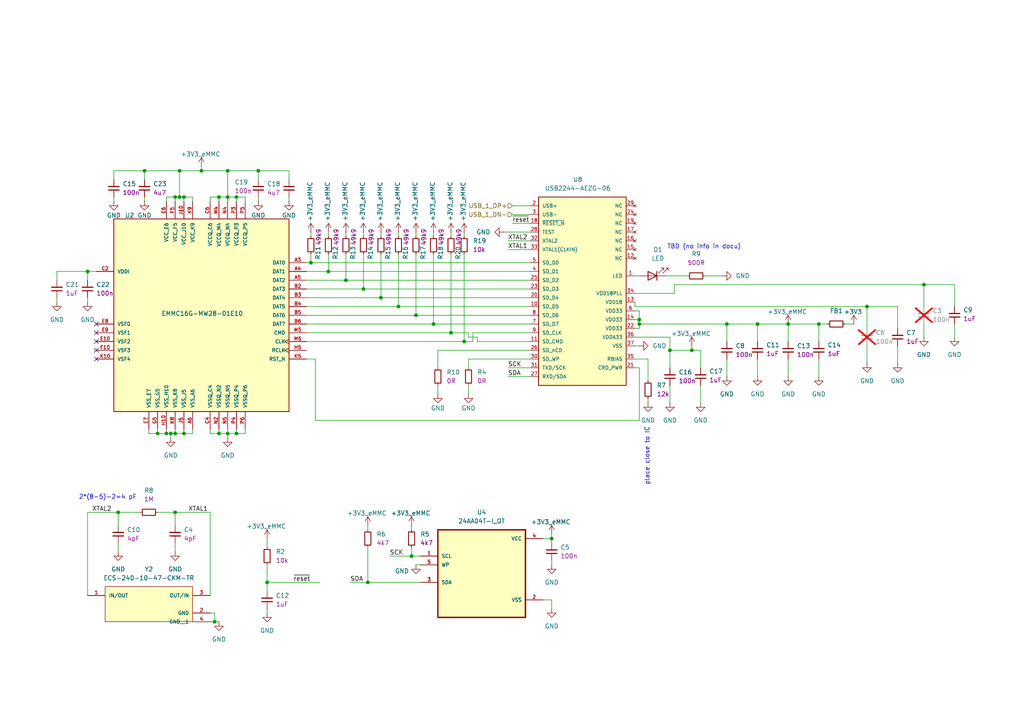
<source format=kicad_sch>
(kicad_sch (version 20231120) (generator "eeschema") (generator_version "8.0")
  (paper "A4")
  (title_block (title "M2SmartHome") (date "2024-10-11") (rev "Rev 1.0.0"))
  (junction (at 34.29 148.59))
  (junction (at 66.04 49.53))
  (junction (at 58.42 49.53))
  (junction (at 50.8 125.73))
  (junction (at 106.68 168.91))
  (junction (at 100.33 81.28))
  (junction (at 120.65 91.44))
  (junction (at 68.58 57.15))
  (junction (at 237.49 93.98))
  (junction (at 50.8 148.59))
  (junction (at 115.57 88.9))
  (junction (at 63.5 125.73))
  (junction (at 50.8 57.15))
  (junction (at 194.31 101.6))
  (junction (at 90.17 76.2))
  (junction (at 66.04 57.15))
  (junction (at 105.41 83.82))
  (junction (at 160.02 156.21))
  (junction (at 267.97 82.55))
  (junction (at 52.07 57.15))
  (junction (at 134.62 99.06))
  (junction (at 25.4 78.74))
  (junction (at 74.93 49.53))
  (junction (at 66.04 125.73))
  (junction (at 228.6 93.98))
  (junction (at 63.5 57.15))
  (junction (at 49.53 125.73))
  (junction (at 110.49 86.36))
  (junction (at 77.47 168.91))
  (junction (at 125.73 93.98))
  (junction (at 62.23 180.34))
  (junction (at 95.25 78.74))
  (junction (at 185.42 92.71))
  (junction (at 185.42 93.98))
  (junction (at 45.72 125.73))
  (junction (at 41.91 49.53))
  (junction (at 210.82 93.98))
  (junction (at 119.38 161.29))
  (junction (at 130.81 96.52))
  (junction (at 200.66 101.6))
  (junction (at 48.26 125.73))
  (junction (at 53.34 57.15))
  (junction (at 219.71 93.98))
  (junction (at 52.07 49.53))
  (junction (at 251.46 88.9))
  (junction (at 53.34 125.73))
  (junction (at 68.58 125.73))
  (no_connect (at 27.94 96.52))
  (no_connect (at 27.94 99.06))
  (no_connect (at 27.94 104.14))
  (no_connect (at 27.94 101.6))
  (no_connect (at 27.94 93.98))
  (wire (pts (xy 91.44 104.14) (xy 88.9 104.14)))
  (wire (pts (xy 60.96 180.34) (xy 62.23 180.34)))
  (wire (pts (xy 105.41 83.82) (xy 153.67 83.82)))
  (wire (pts (xy 50.8 125.73) (xy 50.8 124.46)))
  (wire (pts (xy 105.41 73.66) (xy 105.41 83.82)))
  (wire (pts (xy 60.96 57.15) (xy 63.5 57.15)))
  (wire (pts (xy 210.82 104.14) (xy 210.82 109.22)))
  (wire (pts (xy 48.26 57.15) (xy 48.26 58.42)))
  (wire (pts (xy 110.49 73.66) (xy 110.49 86.36)))
  (wire (pts (xy 49.53 125.73) (xy 50.8 125.73)))
  (wire (pts (xy 77.47 168.91) (xy 77.47 171.45)))
  (wire (pts (xy 88.9 88.9) (xy 115.57 88.9)))
  (wire (pts (xy 53.34 57.15) (xy 53.34 58.42)))
  (wire (pts (xy 88.9 76.2) (xy 90.17 76.2)))
  (wire (pts (xy 147.32 72.39) (xy 153.67 72.39)))
  (wire (pts (xy 62.23 180.34) (xy 62.23 177.8)))
  (wire (pts (xy 58.42 49.53) (xy 52.07 49.53)))
  (wire (pts (xy 60.96 57.15) (xy 60.96 58.42)))
  (wire (pts (xy 135.89 111.76) (xy 135.89 114.3)))
  (wire (pts (xy 185.42 92.71) (xy 184.15 92.71)))
  (wire (pts (xy 147.32 109.22) (xy 153.67 109.22)))
  (wire (pts (xy 157.48 156.21) (xy 160.02 156.21)))
  (wire (pts (xy 185.42 121.92) (xy 91.44 121.92)))
  (wire (pts (xy 55.88 57.15) (xy 55.88 58.42)))
  (wire (pts (xy 106.68 158.75) (xy 106.68 168.91)))
  (wire (pts (xy 147.32 106.68) (xy 153.67 106.68)))
  (wire (pts (xy 245.11 93.98) (xy 247.65 93.98)))
  (wire (pts (xy 113.03 161.29) (xy 119.38 161.29)))
  (wire (pts (xy 267.97 93.98) (xy 267.97 97.79)))
  (wire (pts (xy 52.07 49.53) (xy 41.91 49.53)))
  (wire (pts (xy 60.96 125.73) (xy 63.5 125.73)))
  (wire (pts (xy 68.58 125.73) (xy 71.12 125.73)))
  (wire (pts (xy 210.82 93.98) (xy 219.71 93.98)))
  (wire (pts (xy 115.57 88.9) (xy 153.67 88.9)))
  (wire (pts (xy 74.93 57.15) (xy 74.93 58.42)))
  (wire (pts (xy 62.23 177.8) (xy 60.96 177.8)))
  (wire (pts (xy 251.46 88.9) (xy 251.46 95.25)))
  (wire (pts (xy 251.46 88.9) (xy 260.35 88.9)))
  (wire (pts (xy 200.66 101.6) (xy 203.2 101.6)))
  (wire (pts (xy 184.15 106.68) (xy 185.42 106.68)))
  (wire (pts (xy 77.47 163.83) (xy 77.47 168.91)))
  (wire (pts (xy 90.17 67.31) (xy 90.17 68.58)))
  (wire (pts (xy 88.9 96.52) (xy 130.81 96.52)))
  (wire (pts (xy 120.65 91.44) (xy 153.67 91.44)))
  (wire (pts (xy 71.12 125.73) (xy 71.12 124.46)))
  (wire (pts (xy 88.9 93.98) (xy 125.73 93.98)))
  (wire (pts (xy 119.38 158.75) (xy 119.38 161.29)))
  (wire (pts (xy 106.68 168.91) (xy 121.92 168.91)))
  (wire (pts (xy 25.4 78.74) (xy 27.94 78.74)))
  (wire (pts (xy 187.96 115.57) (xy 187.96 116.84)))
  (wire (pts (xy 210.82 93.98) (xy 210.82 99.06)))
  (wire (pts (xy 260.35 100.33) (xy 260.35 105.41)))
  (wire (pts (xy 58.42 48.26) (xy 58.42 49.53)))
  (wire (pts (xy 194.31 97.79) (xy 194.31 101.6)))
  (wire (pts (xy 83.82 57.15) (xy 83.82 58.42)))
  (wire (pts (xy 100.33 81.28) (xy 153.67 81.28)))
  (wire (pts (xy 185.42 90.17) (xy 184.15 90.17)))
  (wire (pts (xy 88.9 91.44) (xy 120.65 91.44)))
  (wire (pts (xy 77.47 156.21) (xy 77.47 158.75)))
  (wire (pts (xy 52.07 57.15) (xy 53.34 57.15)))
  (wire (pts (xy 203.2 111.76) (xy 203.2 116.84)))
  (wire (pts (xy 260.35 95.25) (xy 260.35 88.9)))
  (wire (pts (xy 68.58 57.15) (xy 71.12 57.15)))
  (wire (pts (xy 66.04 125.73) (xy 68.58 125.73)))
  (wire (pts (xy 184.15 104.14) (xy 187.96 104.14)))
  (wire (pts (xy 45.72 125.73) (xy 48.26 125.73)))
  (wire (pts (xy 160.02 162.56) (xy 160.02 163.83)))
  (wire (pts (xy 50.8 148.59) (xy 50.8 152.4)))
  (wire (pts (xy 130.81 67.31) (xy 130.81 68.58)))
  (wire (pts (xy 138.43 97.79) (xy 135.89 97.79)))
  (wire (pts (xy 58.42 49.53) (xy 66.04 49.53)))
  (wire (pts (xy 88.9 86.36) (xy 110.49 86.36)))
  (wire (pts (xy 195.58 82.55) (xy 267.97 82.55)))
  (wire (pts (xy 137.16 96.52) (xy 153.67 96.52)))
  (wire (pts (xy 184.15 80.01) (xy 185.42 80.01)))
  (wire (pts (xy 53.34 57.15) (xy 55.88 57.15)))
  (wire (pts (xy 16.51 78.74) (xy 25.4 78.74)))
  (wire (pts (xy 88.9 99.06) (xy 134.62 99.06)))
  (wire (pts (xy 147.32 69.85) (xy 153.67 69.85)))
  (wire (pts (xy 127 111.76) (xy 127 114.3)))
  (wire (pts (xy 66.04 57.15) (xy 66.04 58.42)))
  (wire (pts (xy 237.49 93.98) (xy 240.03 93.98)))
  (wire (pts (xy 50.8 57.15) (xy 52.07 57.15)))
  (wire (pts (xy 194.31 101.6) (xy 200.66 101.6)))
  (wire (pts (xy 16.51 86.36) (xy 16.51 87.63)))
  (wire (pts (xy 34.29 148.59) (xy 40.64 148.59)))
  (wire (pts (xy 119.38 152.4) (xy 119.38 153.67)))
  (wire (pts (xy 66.04 57.15) (xy 66.04 49.53)))
  (wire (pts (xy 115.57 67.31) (xy 115.57 68.58)))
  (wire (pts (xy 120.65 67.31) (xy 120.65 68.58)))
  (wire (pts (xy 90.17 73.66) (xy 90.17 76.2)))
  (wire (pts (xy 25.4 86.36) (xy 25.4 87.63)))
  (wire (pts (xy 125.73 93.98) (xy 153.67 93.98)))
  (wire (pts (xy 63.5 125.73) (xy 66.04 125.73)))
  (wire (pts (xy 138.43 99.06) (xy 138.43 97.79)))
  (wire (pts (xy 25.4 78.74) (xy 25.4 81.28)))
  (wire (pts (xy 135.89 104.14) (xy 135.89 106.68)))
  (wire (pts (xy 146.05 67.31) (xy 153.67 67.31)))
  (wire (pts (xy 120.65 163.83) (xy 121.92 163.83)))
  (wire (pts (xy 50.8 157.48) (xy 50.8 160.02)))
  (wire (pts (xy 16.51 81.28) (xy 16.51 78.74)))
  (wire (pts (xy 60.96 172.72) (xy 60.96 148.59)))
  (wire (pts (xy 125.73 67.31) (xy 125.73 68.58)))
  (wire (pts (xy 50.8 125.73) (xy 53.34 125.73)))
  (wire (pts (xy 153.67 99.06) (xy 138.43 99.06)))
  (wire (pts (xy 95.25 73.66) (xy 95.25 78.74)))
  (wire (pts (xy 43.18 125.73) (xy 45.72 125.73)))
  (wire (pts (xy 77.47 168.91) (xy 92.71 168.91)))
  (wire (pts (xy 71.12 57.15) (xy 71.12 58.42)))
  (wire (pts (xy 127 101.6) (xy 153.67 101.6)))
  (wire (pts (xy 63.5 57.15) (xy 63.5 58.42)))
  (wire (pts (xy 148.59 64.77) (xy 153.67 64.77)))
  (wire (pts (xy 91.44 121.92) (xy 91.44 104.14)))
  (wire (pts (xy 194.31 111.76) (xy 194.31 116.84)))
  (wire (pts (xy 228.6 104.14) (xy 228.6 109.22)))
  (wire (pts (xy 66.04 49.53) (xy 74.93 49.53)))
  (wire (pts (xy 62.23 180.34) (xy 63.5 180.34)))
  (wire (pts (xy 50.8 57.15) (xy 50.8 58.42)))
  (wire (pts (xy 120.65 73.66) (xy 120.65 91.44)))
  (wire (pts (xy 237.49 99.06) (xy 237.49 93.98)))
  (wire (pts (xy 68.58 125.73) (xy 68.58 124.46)))
  (wire (pts (xy 219.71 93.98) (xy 219.71 99.06)))
  (wire (pts (xy 52.07 49.53) (xy 52.07 57.15)))
  (wire (pts (xy 115.57 73.66) (xy 115.57 88.9)))
  (wire (pts (xy 127 106.68) (xy 127 101.6)))
  (wire (pts (xy 148.59 59.69) (xy 153.67 59.69)))
  (wire (pts (xy 43.18 125.73) (xy 43.18 124.46)))
  (wire (pts (xy 125.73 73.66) (xy 125.73 93.98)))
  (wire (pts (xy 185.42 95.25) (xy 184.15 95.25)))
  (wire (pts (xy 34.29 148.59) (xy 34.29 152.4)))
  (wire (pts (xy 200.66 100.33) (xy 200.66 101.6)))
  (wire (pts (xy 185.42 90.17) (xy 185.42 92.71)))
  (wire (pts (xy 276.86 88.9) (xy 276.86 82.55)))
  (wire (pts (xy 45.72 125.73) (xy 45.72 124.46)))
  (wire (pts (xy 185.42 93.98) (xy 185.42 92.71)))
  (wire (pts (xy 95.25 78.74) (xy 153.67 78.74)))
  (wire (pts (xy 63.5 57.15) (xy 66.04 57.15)))
  (wire (pts (xy 105.41 67.31) (xy 105.41 68.58)))
  (wire (pts (xy 60.96 125.73) (xy 60.96 124.46)))
  (wire (pts (xy 106.68 152.4) (xy 106.68 153.67)))
  (wire (pts (xy 45.72 148.59) (xy 50.8 148.59)))
  (wire (pts (xy 66.04 125.73) (xy 66.04 124.46)))
  (wire (pts (xy 33.02 49.53) (xy 33.02 52.07)))
  (wire (pts (xy 184.15 88.9) (xy 184.15 87.63)))
  (wire (pts (xy 134.62 67.31) (xy 134.62 68.58)))
  (wire (pts (xy 49.53 125.73) (xy 49.53 127)))
  (wire (pts (xy 110.49 67.31) (xy 110.49 68.58)))
  (wire (pts (xy 228.6 93.98) (xy 228.6 99.06)))
  (wire (pts (xy 90.17 76.2) (xy 153.67 76.2)))
  (wire (pts (xy 41.91 57.15) (xy 41.91 58.42)))
  (wire (pts (xy 83.82 52.07) (xy 83.82 49.53)))
  (wire (pts (xy 68.58 57.15) (xy 68.58 58.42)))
  (wire (pts (xy 41.91 49.53) (xy 33.02 49.53)))
  (wire (pts (xy 74.93 49.53) (xy 83.82 49.53)))
  (wire (pts (xy 228.6 93.98) (xy 237.49 93.98)))
  (wire (pts (xy 100.33 73.66) (xy 100.33 81.28)))
  (wire (pts (xy 185.42 106.68) (xy 185.42 121.92)))
  (wire (pts (xy 25.4 148.59) (xy 34.29 148.59)))
  (wire (pts (xy 74.93 49.53) (xy 74.93 52.07)))
  (wire (pts (xy 237.49 104.14) (xy 237.49 109.22)))
  (wire (pts (xy 34.29 157.48) (xy 34.29 160.02)))
  (wire (pts (xy 88.9 78.74) (xy 95.25 78.74)))
  (wire (pts (xy 157.48 173.99) (xy 160.02 173.99)))
  (wire (pts (xy 203.2 101.6) (xy 203.2 106.68)))
  (wire (pts (xy 53.34 125.73) (xy 55.88 125.73)))
  (wire (pts (xy 119.38 161.29) (xy 121.92 161.29)))
  (wire (pts (xy 66.04 57.15) (xy 68.58 57.15)))
  (wire (pts (xy 185.42 93.98) (xy 210.82 93.98)))
  (wire (pts (xy 25.4 172.72) (xy 25.4 148.59)))
  (wire (pts (xy 137.16 99.06) (xy 137.16 96.52)))
  (wire (pts (xy 267.97 82.55) (xy 267.97 88.9)))
  (wire (pts (xy 55.88 125.73) (xy 55.88 124.46)))
  (wire (pts (xy 48.26 125.73) (xy 48.26 124.46)))
  (wire (pts (xy 63.5 125.73) (xy 63.5 124.46)))
  (wire (pts (xy 130.81 96.52) (xy 135.89 96.52)))
  (wire (pts (xy 33.02 57.15) (xy 33.02 58.42)))
  (wire (pts (xy 77.47 176.53) (xy 77.47 177.8)))
  (wire (pts (xy 276.86 93.98) (xy 276.86 97.79)))
  (wire (pts (xy 251.46 100.33) (xy 251.46 105.41)))
  (wire (pts (xy 204.47 80.01) (xy 209.55 80.01)))
  (wire (pts (xy 50.8 148.59) (xy 60.96 148.59)))
  (wire (pts (xy 193.04 80.01) (xy 199.39 80.01)))
  (wire (pts (xy 185.42 93.98) (xy 185.42 95.25)))
  (wire (pts (xy 48.26 57.15) (xy 50.8 57.15)))
  (wire (pts (xy 267.97 82.55) (xy 276.86 82.55)))
  (wire (pts (xy 100.33 67.31) (xy 100.33 68.58)))
  (wire (pts (xy 195.58 85.09) (xy 195.58 82.55)))
  (wire (pts (xy 41.91 52.07) (xy 41.91 49.53)))
  (wire (pts (xy 160.02 156.21) (xy 160.02 154.94)))
  (wire (pts (xy 130.81 73.66) (xy 130.81 96.52)))
  (wire (pts (xy 48.26 125.73) (xy 49.53 125.73)))
  (wire (pts (xy 184.15 100.33) (xy 185.42 100.33)))
  (wire (pts (xy 194.31 101.6) (xy 194.31 106.68)))
  (wire (pts (xy 153.67 104.14) (xy 135.89 104.14)))
  (wire (pts (xy 184.15 85.09) (xy 195.58 85.09)))
  (wire (pts (xy 66.04 125.73) (xy 66.04 127)))
  (wire (pts (xy 135.89 97.79) (xy 135.89 96.52)))
  (wire (pts (xy 88.9 81.28) (xy 100.33 81.28)))
  (wire (pts (xy 88.9 83.82) (xy 105.41 83.82)))
  (wire (pts (xy 160.02 173.99) (xy 160.02 176.53)))
  (wire (pts (xy 95.25 67.31) (xy 95.25 68.58)))
  (wire (pts (xy 184.15 88.9) (xy 251.46 88.9)))
  (wire (pts (xy 219.71 93.98) (xy 228.6 93.98)))
  (wire (pts (xy 101.6 168.91) (xy 106.68 168.91)))
  (wire (pts (xy 110.49 86.36) (xy 153.67 86.36)))
  (wire (pts (xy 134.62 99.06) (xy 137.16 99.06)))
  (wire (pts (xy 219.71 109.22) (xy 219.71 104.14)))
  (wire (pts (xy 53.34 125.73) (xy 53.34 124.46)))
  (wire (pts (xy 148.59 62.23) (xy 153.67 62.23)))
  (wire (pts (xy 160.02 156.21) (xy 160.02 157.48)))
  (wire (pts (xy 134.62 73.66) (xy 134.62 99.06)))
  (wire (pts (xy 187.96 104.14) (xy 187.96 110.49)))
  (wire (pts (xy 194.31 97.79) (xy 184.15 97.79)))
  (text "TBD (no info in docu)" (at 204.216 71.628 0) (effects (font (size 1.27 1.27))))
  (text "2*(8-5)-2=4 pF" (at 31.242 144.272 0) (effects (font (size 1.27 1.27))))
  (text "place close to IC" (at 187.706 132.334 90) (effects (font (size 1.27 1.27))))
  (label "XTAL1" (at 147.32 72.39 0))
  (label "SDA" (at 147.32 109.22 0))
  (label "XTAL1" (at 54.61 148.59 0))
  (label "SDA" (at 101.6 168.91 0))
  (label "SCK" (at 113.03 161.29 0))
  (label "SCK" (at 147.32 106.68 0))
  (label "XTAL2" (at 26.67 148.59 0))
  (label "XTAL2" (at 147.32 69.85 0))
  (label "~{reset}" (at 85.09 168.91 0))
  (label "~{reset}" (at 148.59 64.77 0))
  (hierarchical_label "USB_1_DP+" (shape input) (at 148.59 59.69 180))
  (hierarchical_label "USB_1_DN-" (shape input) (at 148.59 62.23 180))
  (symbol (lib_id "M2SmartHomeSymbols:ECS-240-10-47-CKM-TR") (at 43.18 175.26 0) (unit 1)
    (property "Reference" "Y2" (at 43.18 165.1 0))
    (property "Value" "ECS-240-10-47-CKM-TR" (at 43.18 167.64 0))
    (property "Footprint" "M2SmartHomeFootprints:ECS-240-10-47-CKM-TR" (effects (hide yes)))
    (property "Datasheet" "https://www.farnell.com/datasheets/3182832.pdf" (effects (hide yes)))
    (property "PARTREV" "2017" (effects (hide yes)))
    (property "STANDARD" "Manufacturer Recommendation" (effects (hide yes)))
    (property "MANUFACTURER" "ECS Inc." (effects (hide yes)))
  )
  (symbol (lib_id "M2SmartHomeSymbols:R_49k9_0402") (at 125.73 73.66 90) (unit 1)
    (property "Reference" "R18" (at 127.762 71.374 0) (effects (justify right)))
    (property "Value" "R_49k9_0402" (effects (hide yes)))
    (property "Footprint" "M2SmartHomeFootprints:R_0402" (effects (hide yes)))
    (property "Datasheet" "https://www.vishay.com/docs/20035/crcw0402.pdf" (effects (hide yes)))
    (property "Description" "SMD Thick Film Resistor, 49.9 kΩ, ±1%, 1/16 W, 0402 [1005 Metric], CRCW Series" (effects (hide yes)))
    (property "MPN" "CRCW040249K9FKED" (effects (hide yes)))
    (property "Manufacturer" "Vishay" (effects (hide yes)))
    (property "License" "Apache-2.0" (effects (hide yes)))
    (property "Author" "Your Name" (effects (hide yes)))
    (property "Val" "49k9" (at 128.016 66.294 0) (effects (justify right)))
    (property "Tolerance" "1%" (effects (hide yes)))
    (property "Power" "1/16 W" (effects (hide yes)))
  )
  (symbol (lib_id "M2SmartHomeSymbols:USB2244-AEZG-06") (at 168.91 77.47 0) (unit 1)
    (property "Reference" "U8" (at 167.5765 52.07 0))
    (property "Value" "USB2244-AEZG-06" (at 167.5765 54.61 0))
    (property "Footprint" "M2SmartHomeFootprints:USB2244-AEZG-06" (effects (hide yes)))
    (property "Datasheet" "https://ww1.microchip.com/downloads/aemDocuments/documents/OTH/ProductDocuments/DataSheets/00001979A.pdf" (effects (hide yes)))
    (property "MF" "Microchip" (effects (hide yes)))
    (property "Description_1" "\nUSB Hub Controller USB 2.0 USB Interface 36-SQFN (6x6)\n" (effects (hide yes)))
    (property "Package" "VFQFN-36 Microchip" (effects (hide yes)))
    (property "Price" "None" (effects (hide yes)))
    (property "Check_prices" "https://www.snapeda.com/parts/USB2512B/M2/Microchip/view-part/?ref=eda" (effects (hide yes)))
    (property "SnapEDA_Link" "https://www.snapeda.com/parts/USB2512B/M2/Microchip/view-part/?ref=snap" (effects (hide yes)))
    (property "MP" "USB2244-AEZG-06" (effects (hide yes)))
    (property "Purchase-URL" "https://www.snapeda.com/api/url_track_click_mouser/?unipart_id=633495&manufacturer=Microchip&part_name=USB2512B/M2&search_term=usb2" (effects (hide yes)))
    (property "Availability" "In Stock" (effects (hide yes)))
    (property "MANUFACTURER" "MICROCHIP" (effects (hide yes)))
  )
  (symbol (lib_id "power:+3V3") (at 115.57 67.31 0) (unit 1)
    (property "Reference" "#PWR048" (effects (hide yes)))
    (property "Value" "+3V3_eMMC" (at 115.316 58.42 90))
    (property "Description" "Power symbol creates a global label with name \"+3V3\"" (effects (hide yes)))
  )
  (symbol (lib_id "power:GND") (at 160.02 163.83 0) (unit 1)
    (property "Reference" "#PWR035" (effects (hide yes)))
    (property "Value" "GND" (at 160.02 168.91 0))
    (property "Description" "Power symbol creates a global label with name \"GND\" , ground" (effects (hide yes)))
  )
  (symbol (lib_id "power:GND") (at 146.05 67.31 270) (unit 1)
    (property "Reference" "#PWR09" (effects (hide yes)))
    (property "Value" "GND" (at 142.24 67.3099 90) (effects (justify right)))
    (property "Description" "Power symbol creates a global label with name \"GND\" , ground" (effects (hide yes)))
  )
  (symbol (lib_id "power:+3V3") (at 160.02 154.94 0) (unit 1)
    (property "Reference" "#PWR031" (effects (hide yes)))
    (property "Value" "+3V3_eMMC" (at 159.766 151.384 0))
    (property "Description" "Power symbol creates a global label with name \"+3V3\"" (effects (hide yes)))
  )
  (symbol (lib_id "power:+3V3") (at 105.41 67.31 0) (unit 1)
    (property "Reference" "#PWR046" (effects (hide yes)))
    (property "Value" "+3V3_eMMC" (at 105.156 58.42 90))
    (property "Description" "Power symbol creates a global label with name \"+3V3\"" (effects (hide yes)))
  )
  (symbol (lib_id "power:GND") (at 33.02 58.42 0) (unit 1)
    (property "Reference" "#PWR036" (effects (hide yes)))
    (property "Value" "GND" (at 33.02 62.484 0))
    (property "Description" "Power symbol creates a global label with name \"GND\" , ground" (effects (hide yes)))
  )
  (symbol (lib_id "power:+3V3") (at 119.38 152.4 0) (unit 1)
    (property "Reference" "#PWR032" (effects (hide yes)))
    (property "Value" "+3V3_eMMC" (at 119.126 148.844 0))
    (property "Description" "Power symbol creates a global label with name \"+3V3\"" (effects (hide yes)))
  )
  (symbol (lib_id "M2SmartHomeSymbols:C_100n_0402") (at 267.97 93.98 90) (unit 1) (dnp yes)
    (property "Reference" "C3" (at 270.51 90.1636 90) (effects (justify right)))
    (property "Value" "C_100n_0402" (effects (hide yes)))
    (property "Footprint" "M2SmartHomeFootprints:C_0402" (effects (hide yes)))
    (property "Datasheet" "https://www.murata.com/products/productdetail?partno=GRM155R61A104KE01%23" (effects (hide yes)))
    (property "Description" "SMD Multilayer Ceramic Capacitor, 100 nF, 10 V, 0402 [1005 Metric], ±10%, X5R, GRM Series" (effects (hide yes)))
    (property "MPN" "GRM155R61A104KE01D" (effects (hide yes)))
    (property "Manufacturer" "Murata" (effects (hide yes)))
    (property "License" "Apache-2.0" (effects (hide yes)))
    (property "Author" "Your Name" (effects (hide yes)))
    (property "Val" "100n" (at 270.51 92.7036 90) (effects (justify right)))
    (property "Voltage" "10V" (effects (hide yes)))
    (property "Dielectric" "X5R" (effects (hide yes)))
  )
  (symbol (lib_id "power:GND") (at 219.71 109.22 0) (unit 1)
    (property "Reference" "#PWR030" (effects (hide yes)))
    (property "Value" "GND" (at 219.71 114.3 0))
    (property "Description" "Power symbol creates a global label with name \"GND\" , ground" (effects (hide yes)))
  )
  (symbol (lib_id "M2SmartHomeSymbols:EMMC16G-MW28-01E10") (at 58.42 91.44 0) (unit 1)
    (property "Reference" "U2" (at 37.592 62.484 0))
    (property "Value" "EMMC16G-MW28-01E10" (at 58.674 90.932 0))
    (property "Footprint" "M2SmartHomeFootprints:EMMC16G-MW28-01E10" (effects (hide yes)))
    (property "Datasheet" "https://www.mouser.pl/datasheet/2/1389/Kingston_1162024_EMMC16G_MW28_01E10_v1_1-3388392.pdf" (effects (hide yes)))
    (property "MF" "Kingston" (effects (hide yes)))
    (property "Description_1" "\n16GB Commercial 5.1 HS400\n" (effects (hide yes)))
    (property "Package" "BGA-153 WESTERN" (effects (hide yes)))
    (property "MP" "EMMC16G-MW28-01E10" (effects (hide yes)))
    (property "Availability" "In Stock" (effects (hide yes)))
    (property "MANUFACTURER" "Kingston" (effects (hide yes)))
  )
  (symbol (lib_id "M2SmartHomeSymbols:R_0_0402") (at 127 111.76 90) (unit 1)
    (property "Reference" "R10" (at 129.54 107.95 90) (effects (justify right)))
    (property "Value" "R_0_0402" (effects (hide yes)))
    (property "Footprint" "M2SmartHomeFootprints:R_0402" (effects (hide yes)))
    (property "Datasheet" "https://www.vishay.com/docs/20035/crcw0402.pdf" (effects (hide yes)))
    (property "Description" "SMD Thick Film Resistor, 0 Ω, Jumper, 1/16 W, 0402 [1005 Metric], CRCW Series" (effects (hide yes)))
    (property "MPN" "CRCW04020000Z0ED" (effects (hide yes)))
    (property "Manufacturer" "Vishay" (effects (hide yes)))
    (property "License" "Apache-2.0" (effects (hide yes)))
    (property "Author" "Your Name" (effects (hide yes)))
    (property "Val" "0R" (at 129.54 110.49 90) (effects (justify right)))
    (property "Power" "1/16 W" (effects (hide yes)))
  )
  (symbol (lib_id "M2SmartHomeSymbols:C_1uF_0402") (at 219.71 104.14 90) (unit 1)
    (property "Reference" "C11" (at 222.25 100.076 90) (effects (justify right)))
    (property "Value" "C_1uF_0402" (effects (hide yes)))
    (property "Footprint" "M2SmartHomeFootprints:C_0402" (effects (hide yes)))
    (property "Datasheet" "https://www.murata.com/products/productdetail?partno=GRM155R61H105KE92%23" (effects (hide yes)))
    (property "Description" "SMD Multilayer Ceramic Capacitor, 1 µF, 50 V, 0402 [1005 Metric], ±10%, X5R, GRM Series" (effects (hide yes)))
    (property "MPN" "GRM155R61H105KE92D" (effects (hide yes)))
    (property "Manufacturer" "Murata" (effects (hide yes)))
    (property "License" "Apache-2.0" (effects (hide yes)))
    (property "Author" "Your Name" (effects (hide yes)))
    (property "Val" "1uF" (at 222.25 102.616 90) (effects (justify right)))
    (property "Voltage" "50V" (effects (hide yes)))
    (property "Dielectric" "X5R" (effects (hide yes)))
  )
  (symbol (lib_id "power:+3V3") (at 130.81 67.31 0) (unit 1)
    (property "Reference" "#PWR051" (effects (hide yes)))
    (property "Value" "+3V3_eMMC" (at 130.556 58.42 90))
    (property "Description" "Power symbol creates a global label with name \"+3V3\"" (effects (hide yes)))
  )
  (symbol (lib_id "M2SmartHomeSymbols:C_4pF_0402") (at 50.8 157.48 90) (unit 1)
    (property "Reference" "C4" (at 53.34 153.6636 90) (effects (justify right)))
    (property "Value" "C_4pF_0402" (effects (hide yes)))
    (property "Footprint" "M2SmartHomeFootprints:C_0402" (effects (hide yes)))
    (property "Datasheet" "https://www.murata.com/products/productdetail?partno=GRM1555C1H4R0CA01%23" (effects (hide yes)))
    (property "Description" "SMD Multilayer Ceramic Capacitor, 4.0 pF, 50 V, 0402 [1005 Metric], ±0.25 pF, C0G/NP0, GRM Series" (effects (hide yes)))
    (property "MPN" "GRM1555C1H4R0CA01D" (effects (hide yes)))
    (property "Manufacturer" "Murata" (effects (hide yes)))
    (property "License" "Apache-2.0" (effects (hide yes)))
    (property "Author" "Your Name" (effects (hide yes)))
    (property "Val" "4pF" (at 53.34 156.2036 90) (effects (justify right)))
    (property "Voltage" "50V" (effects (hide yes)))
    (property "Dielectric" "C0G" (effects (hide yes)))
  )
  (symbol (lib_id "M2SmartHomeSymbols:R_49k9_0402") (at 95.25 73.66 90) (unit 1)
    (property "Reference" "R12" (at 97.282 71.374 0) (effects (justify right)))
    (property "Value" "R_49k9_0402" (effects (hide yes)))
    (property "Footprint" "M2SmartHomeFootprints:R_0402" (effects (hide yes)))
    (property "Datasheet" "https://www.vishay.com/docs/20035/crcw0402.pdf" (effects (hide yes)))
    (property "Description" "SMD Thick Film Resistor, 49.9 kΩ, ±1%, 1/16 W, 0402 [1005 Metric], CRCW Series" (effects (hide yes)))
    (property "MPN" "CRCW040249K9FKED" (effects (hide yes)))
    (property "Manufacturer" "Vishay" (effects (hide yes)))
    (property "License" "Apache-2.0" (effects (hide yes)))
    (property "Author" "Your Name" (effects (hide yes)))
    (property "Val" "49k9" (at 97.536 66.294 0) (effects (justify right)))
    (property "Tolerance" "1%" (effects (hide yes)))
    (property "Power" "1/16 W" (effects (hide yes)))
  )
  (symbol (lib_id "M2SmartHomeSymbols:R_10k_0402") (at 134.62 73.66 90) (unit 1)
    (property "Reference" "R19" (at 137.16 69.85 90) (effects (justify right)))
    (property "Value" "R_10k_0402" (effects (hide yes)))
    (property "Footprint" "M2SmartHomeFootprints:R_0402" (effects (hide yes)))
    (property "Datasheet" "https://www.vishay.com/docs/20035/crcw0402.pdf" (effects (hide yes)))
    (property "Description" "SMD Thick Film Resistor, 10 kΩ, ±1%, 1/16 W, 0402 [1005 Metric], CRCW Series" (effects (hide yes)))
    (property "MPN" "CRCW040210K0FKED" (effects (hide yes)))
    (property "Manufacturer" "Vishay" (effects (hide yes)))
    (property "License" "Apache-2.0" (effects (hide yes)))
    (property "Author" "Your Name" (effects (hide yes)))
    (property "Val" "10k" (at 137.16 72.39 90) (effects (justify right)))
    (property "Tolerance" "1%" (effects (hide yes)))
    (property "Power" "1/16 W" (effects (hide yes)))
  )
  (symbol (lib_id "power:GND") (at 267.97 97.79 0) (unit 1)
    (property "Reference" "#PWR023" (effects (hide yes)))
    (property "Value" "GND" (at 267.97 102.87 0))
    (property "Description" "Power symbol creates a global label with name \"GND\" , ground" (effects (hide yes)))
  )
  (symbol (lib_id "power:+3V3") (at 134.62 67.31 0) (unit 1)
    (property "Reference" "#PWR052" (effects (hide yes)))
    (property "Value" "+3V3_eMMC" (at 134.366 58.42 90))
    (property "Description" "Power symbol creates a global label with name \"+3V3\"" (effects (hide yes)))
  )
  (symbol (lib_id "power:+3V3") (at 110.49 67.31 0) (unit 1)
    (property "Reference" "#PWR047" (effects (hide yes)))
    (property "Value" "+3V3_eMMC" (at 110.236 58.42 90))
    (property "Description" "Power symbol creates a global label with name \"+3V3\"" (effects (hide yes)))
  )
  (symbol (lib_id "power:GND") (at 187.96 116.84 0) (unit 1)
    (property "Reference" "#PWR027" (effects (hide yes)))
    (property "Value" "GND" (at 187.96 121.92 0))
    (property "Description" "Power symbol creates a global label with name \"GND\" , ground" (effects (hide yes)))
  )
  (symbol (lib_id "power:GND") (at 209.55 80.01 90) (unit 1)
    (property "Reference" "#PWR024" (effects (hide yes)))
    (property "Value" "GND" (at 213.36 80.0099 90) (effects (justify right)))
    (property "Description" "Power symbol creates a global label with name \"GND\" , ground" (effects (hide yes)))
  )
  (symbol (lib_id "power:GND") (at 41.91 58.42 0) (unit 1)
    (property "Reference" "#PWR037" (effects (hide yes)))
    (property "Value" "GND" (at 41.91 62.484 0))
    (property "Description" "Power symbol creates a global label with name \"GND\" , ground" (effects (hide yes)))
  )
  (symbol (lib_id "M2SmartHomeSymbols:R_49k9_0402") (at 90.17 73.66 90) (unit 1)
    (property "Reference" "R11" (at 92.202 71.374 0) (effects (justify right)))
    (property "Value" "R_49k9_0402" (effects (hide yes)))
    (property "Footprint" "M2SmartHomeFootprints:R_0402" (effects (hide yes)))
    (property "Datasheet" "https://www.vishay.com/docs/20035/crcw0402.pdf" (effects (hide yes)))
    (property "Description" "SMD Thick Film Resistor, 49.9 kΩ, ±1%, 1/16 W, 0402 [1005 Metric], CRCW Series" (effects (hide yes)))
    (property "MPN" "CRCW040249K9FKED" (effects (hide yes)))
    (property "Manufacturer" "Vishay" (effects (hide yes)))
    (property "License" "Apache-2.0" (effects (hide yes)))
    (property "Author" "Your Name" (effects (hide yes)))
    (property "Val" "49k9" (at 92.456 66.294 0) (effects (justify right)))
    (property "Tolerance" "1%" (effects (hide yes)))
    (property "Power" "1/16 W" (effects (hide yes)))
  )
  (symbol (lib_id "power:GND") (at 34.29 160.02 0) (unit 1)
    (property "Reference" "#PWR014" (effects (hide yes)))
    (property "Value" "GND" (at 34.29 165.1 0))
    (property "Description" "Power symbol creates a global label with name \"GND\" , ground" (effects (hide yes)))
  )
  (symbol (lib_id "M2SmartHomeSymbols:R_49k9_0402") (at 105.41 73.66 90) (unit 1)
    (property "Reference" "R14" (at 107.442 71.374 0) (effects (justify right)))
    (property "Value" "R_49k9_0402" (effects (hide yes)))
    (property "Footprint" "M2SmartHomeFootprints:R_0402" (effects (hide yes)))
    (property "Datasheet" "https://www.vishay.com/docs/20035/crcw0402.pdf" (effects (hide yes)))
    (property "Description" "SMD Thick Film Resistor, 49.9 kΩ, ±1%, 1/16 W, 0402 [1005 Metric], CRCW Series" (effects (hide yes)))
    (property "MPN" "CRCW040249K9FKED" (effects (hide yes)))
    (property "Manufacturer" "Vishay" (effects (hide yes)))
    (property "License" "Apache-2.0" (effects (hide yes)))
    (property "Author" "Your Name" (effects (hide yes)))
    (property "Val" "49k9" (at 107.696 66.294 0) (effects (justify right)))
    (property "Tolerance" "1%" (effects (hide yes)))
    (property "Power" "1/16 W" (effects (hide yes)))
  )
  (symbol (lib_id "M2SmartHomeSymbols:24AA04T-I_OT") (at 139.7 166.37 0) (unit 1)
    (property "Reference" "U4" (at 139.7 148.59 0))
    (property "Value" "24AA04T-I_OT" (at 139.7 151.13 0))
    (property "Footprint" "M2SmartHomeFootprints:24AA04T-I_OT" (effects (hide yes)))
    (property "Datasheet" "https://ww1.microchip.com/downloads/aemDocuments/documents/MPD/ProductDocuments/DataSheets/24AA04-24LC04B-24FC04-4K-I2C-Serial-EEPROM-20001708P.pdf" (effects (hide yes)))
    (property "MF" "Microchip" (effects (hide yes)))
    (property "Description_1" "\n4K, 512 X 8 1.8V SERIAL EEPROM, IND | Microchip Technology Inc. 24AA04T-I/OT\n" (effects (hide yes)))
    (property "Package" "SOT-23-5 Microchip" (effects (hide yes)))
    (property "Price" "None" (effects (hide yes)))
    (property "SnapEDA_Link" "https://www.snapeda.com/parts/24AA04T-I/OT/Microchip/view-part/?ref=snap" (effects (hide yes)))
    (property "MP" "24AA04T-I/OT" (effects (hide yes)))
    (property "Purchase-URL" "https://www.snapeda.com/api/url_track_click_mouser/?unipart_id=138237&manufacturer=Microchip&part_name=24AA04T-I/OT&search_term=24aa04t-i/ot" (effects (hide yes)))
    (property "Availability" "In Stock" (effects (hide yes)))
    (property "Check_prices" "https://www.snapeda.com/parts/24AA04T-I/OT/Microchip/view-part/?ref=eda" (effects (hide yes)))
  )
  (symbol (lib_id "power:GND") (at 127 114.3 0) (unit 1)
    (property "Reference" "#PWR025" (effects (hide yes)))
    (property "Value" "GND" (at 127 118.364 0))
    (property "Description" "Power symbol creates a global label with name \"GND\" , ground" (effects (hide yes)))
  )
  (symbol (lib_id "M2SmartHomeSymbols:C_1uF_0402") (at 203.2 111.76 90) (unit 1)
    (property "Reference" "C17" (at 205.74 107.696 90) (effects (justify right)))
    (property "Value" "C_1uF_0402" (effects (hide yes)))
    (property "Footprint" "M2SmartHomeFootprints:C_0402" (effects (hide yes)))
    (property "Datasheet" "https://www.murata.com/products/productdetail?partno=GRM155R61H105KE92%23" (effects (hide yes)))
    (property "Description" "SMD Multilayer Ceramic Capacitor, 1 µF, 50 V, 0402 [1005 Metric], ±10%, X5R, GRM Series" (effects (hide yes)))
    (property "MPN" "GRM155R61H105KE92D" (effects (hide yes)))
    (property "Manufacturer" "Murata" (effects (hide yes)))
    (property "License" "Apache-2.0" (effects (hide yes)))
    (property "Author" "Your Name" (effects (hide yes)))
    (property "Val" "1uF" (at 205.74 110.236 90) (effects (justify right)))
    (property "Voltage" "50V" (effects (hide yes)))
    (property "Dielectric" "X5R" (effects (hide yes)))
  )
  (symbol (lib_id "power:GND") (at 228.6 109.22 0) (unit 1)
    (property "Reference" "#PWR017" (effects (hide yes)))
    (property "Value" "GND" (at 228.6 114.3 0))
    (property "Description" "Power symbol creates a global label with name \"GND\" , ground" (effects (hide yes)))
  )
  (symbol (lib_id "power:GND") (at 276.86 97.79 0) (unit 1)
    (property "Reference" "#PWR013" (effects (hide yes)))
    (property "Value" "GND" (at 276.86 102.87 0))
    (property "Description" "Power symbol creates a global label with name \"GND\" , ground" (effects (hide yes)))
  )
  (symbol (lib_id "M2SmartHomeSymbols:C_4u7_0402") (at 41.91 57.15 90) (unit 1)
    (property "Reference" "C23" (at 44.45 53.3336 90) (effects (justify right)))
    (property "Value" "C_4u7_0402" (effects (hide yes)))
    (property "Footprint" "M2SmartHomeFootprints:C_0402" (effects (hide yes)))
    (property "Datasheet" "https://www.murata.com/products/productdetail?partno=GRM155R60J475ME47%23" (effects (hide yes)))
    (property "Description" "SMD Multilayer Ceramic Capacitor, 4.7 µF, 6.3 V, 0402 [1005 Metric], ±20%, X5R, GRM Series" (effects (hide yes)))
    (property "MPN" "GRM155R60J475ME47D" (effects (hide yes)))
    (property "Manufacturer" "Murata" (effects (hide yes)))
    (property "License" "Apache-2.0" (effects (hide yes)))
    (property "Author" "Your Name" (effects (hide yes)))
    (property "Val" "4u7" (at 44.45 55.8736 90) (effects (justify right)))
    (property "Voltage" "6.3V" (effects (hide yes)))
    (property "Dielectric" "X5R" (effects (hide yes)))
  )
  (symbol (lib_id "M2SmartHomeSymbols:C_4u7_0402") (at 83.82 57.15 90) (unit 1)
    (property "Reference" "C18" (at 77.47 53.34 90) (effects (justify right)))
    (property "Value" "C_4u7_0402" (effects (hide yes)))
    (property "Footprint" "M2SmartHomeFootprints:C_0402" (effects (hide yes)))
    (property "Datasheet" "https://www.murata.com/products/productdetail?partno=GRM155R60J475ME47%23" (effects (hide yes)))
    (property "Description" "SMD Multilayer Ceramic Capacitor, 4.7 µF, 6.3 V, 0402 [1005 Metric], ±20%, X5R, GRM Series" (effects (hide yes)))
    (property "MPN" "GRM155R60J475ME47D" (effects (hide yes)))
    (property "Manufacturer" "Murata" (effects (hide yes)))
    (property "License" "Apache-2.0" (effects (hide yes)))
    (property "Author" "Your Name" (effects (hide yes)))
    (property "Val" "4u7" (at 77.47 55.88 90) (effects (justify right)))
    (property "Voltage" "6.3V" (effects (hide yes)))
    (property "Dielectric" "X5R" (effects (hide yes)))
  )
  (symbol (lib_id "power:+3V3") (at 77.47 156.21 0) (unit 1)
    (property "Reference" "#PWR08" (effects (hide yes)))
    (property "Value" "+3V3_eMMC" (at 77.216 152.654 0))
    (property "Description" "Power symbol creates a global label with name \"+3V3\"" (effects (hide yes)))
  )
  (symbol (lib_id "power:+3V3") (at 200.66 100.33 0) (unit 1)
    (property "Reference" "#PWR06" (effects (hide yes)))
    (property "Value" "+3V3_eMMC" (at 200.406 96.774 0))
    (property "Description" "Power symbol creates a global label with name \"+3V3\"" (effects (hide yes)))
  )
  (symbol (lib_id "M2SmartHomeSymbols:R_49k9_0402") (at 100.33 73.66 90) (unit 1)
    (property "Reference" "R13" (at 102.362 71.374 0) (effects (justify right)))
    (property "Value" "R_49k9_0402" (effects (hide yes)))
    (property "Footprint" "M2SmartHomeFootprints:R_0402" (effects (hide yes)))
    (property "Datasheet" "https://www.vishay.com/docs/20035/crcw0402.pdf" (effects (hide yes)))
    (property "Description" "SMD Thick Film Resistor, 49.9 kΩ, ±1%, 1/16 W, 0402 [1005 Metric], CRCW Series" (effects (hide yes)))
    (property "MPN" "CRCW040249K9FKED" (effects (hide yes)))
    (property "Manufacturer" "Vishay" (effects (hide yes)))
    (property "License" "Apache-2.0" (effects (hide yes)))
    (property "Author" "Your Name" (effects (hide yes)))
    (property "Val" "49k9" (at 102.616 66.294 0) (effects (justify right)))
    (property "Tolerance" "1%" (effects (hide yes)))
    (property "Power" "1/16 W" (effects (hide yes)))
  )
  (symbol (lib_id "M2SmartHomeSymbols:C_100n_0402") (at 74.93 57.15 90) (unit 1)
    (property "Reference" "C19" (at 68.072 52.832 90) (effects (justify right)))
    (property "Value" "C_100n_0402" (effects (hide yes)))
    (property "Footprint" "M2SmartHomeFootprints:C_0402" (effects (hide yes)))
    (property "Datasheet" "https://www.murata.com/products/productdetail?partno=GRM155R61A104KE01%23" (effects (hide yes)))
    (property "Description" "SMD Multilayer Ceramic Capacitor, 100 nF, 10 V, 0402 [1005 Metric], ±10%, X5R, GRM Series" (effects (hide yes)))
    (property "MPN" "GRM155R61A104KE01D" (effects (hide yes)))
    (property "Manufacturer" "Murata" (effects (hide yes)))
    (property "License" "Apache-2.0" (effects (hide yes)))
    (property "Author" "Your Name" (effects (hide yes)))
    (property "Val" "100n" (at 68.072 55.372 90) (effects (justify right)))
    (property "Voltage" "10V" (effects (hide yes)))
    (property "Dielectric" "X5R" (effects (hide yes)))
  )
  (symbol (lib_id "M2SmartHomeSymbols:C_100n_0402") (at 33.02 57.15 90) (unit 1)
    (property "Reference" "C15" (at 35.56 53.3336 90) (effects (justify right)))
    (property "Value" "C_100n_0402" (effects (hide yes)))
    (property "Footprint" "M2SmartHomeFootprints:C_0402" (effects (hide yes)))
    (property "Datasheet" "https://www.murata.com/products/productdetail?partno=GRM155R61A104KE01%23" (effects (hide yes)))
    (property "Description" "SMD Multilayer Ceramic Capacitor, 100 nF, 10 V, 0402 [1005 Metric], ±10%, X5R, GRM Series" (effects (hide yes)))
    (property "MPN" "GRM155R61A104KE01D" (effects (hide yes)))
    (property "Manufacturer" "Murata" (effects (hide yes)))
    (property "License" "Apache-2.0" (effects (hide yes)))
    (property "Author" "Your Name" (effects (hide yes)))
    (property "Val" "100n" (at 35.56 55.8736 90) (effects (justify right)))
    (property "Voltage" "10V" (effects (hide yes)))
    (property "Dielectric" "X5R" (effects (hide yes)))
  )
  (symbol (lib_id "power:GND") (at 25.4 87.63 0) (unit 1)
    (property "Reference" "#PWR042" (effects (hide yes)))
    (property "Value" "GND" (at 25.4 92.71 0))
    (property "Description" "Power symbol creates a global label with name \"GND\" , ground" (effects (hide yes)))
  )
  (symbol (lib_id "M2SmartHomeSymbols:C_100n_0402") (at 160.02 162.56 90) (unit 1)
    (property "Reference" "C5" (at 162.56 158.7436 90) (effects (justify right)))
    (property "Value" "C_100n_0402" (effects (hide yes)))
    (property "Footprint" "M2SmartHomeFootprints:C_0402" (effects (hide yes)))
    (property "Datasheet" "https://www.murata.com/products/productdetail?partno=GRM155R61A104KE01%23" (effects (hide yes)))
    (property "Description" "SMD Multilayer Ceramic Capacitor, 100 nF, 10 V, 0402 [1005 Metric], ±10%, X5R, GRM Series" (effects (hide yes)))
    (property "MPN" "GRM155R61A104KE01D" (effects (hide yes)))
    (property "Manufacturer" "Murata" (effects (hide yes)))
    (property "License" "Apache-2.0" (effects (hide yes)))
    (property "Author" "Your Name" (effects (hide yes)))
    (property "Val" "100n" (at 162.56 161.2836 90) (effects (justify right)))
    (property "Voltage" "10V" (effects (hide yes)))
    (property "Dielectric" "X5R" (effects (hide yes)))
  )
  (symbol (lib_id "power:GND") (at 185.42 100.33 90) (unit 1)
    (property "Reference" "#PWR018" (effects (hide yes)))
    (property "Value" "GND" (at 189.23 100.3299 90) (effects (justify right)))
    (property "Description" "Power symbol creates a global label with name \"GND\" , ground" (effects (hide yes)))
  )
  (symbol (lib_id "power:GND") (at 63.5 180.34 0) (unit 1)
    (property "Reference" "#PWR012" (effects (hide yes)))
    (property "Value" "GND" (at 63.5 185.42 0))
    (property "Description" "Power symbol creates a global label with name \"GND\" , ground" (effects (hide yes)))
  )
  (symbol (lib_id "M2SmartHomeSymbols:C_100n_0402") (at 210.82 104.14 90) (unit 1)
    (property "Reference" "C8" (at 213.36 100.3236 90) (effects (justify right)))
    (property "Value" "C_100n_0402" (effects (hide yes)))
    (property "Footprint" "M2SmartHomeFootprints:C_0402" (effects (hide yes)))
    (property "Datasheet" "https://www.murata.com/products/productdetail?partno=GRM155R61A104KE01%23" (effects (hide yes)))
    (property "Description" "SMD Multilayer Ceramic Capacitor, 100 nF, 10 V, 0402 [1005 Metric], ±10%, X5R, GRM Series" (effects (hide yes)))
    (property "MPN" "GRM155R61A104KE01D" (effects (hide yes)))
    (property "Manufacturer" "Murata" (effects (hide yes)))
    (property "License" "Apache-2.0" (effects (hide yes)))
    (property "Author" "Your Name" (effects (hide yes)))
    (property "Val" "100n" (at 213.36 102.8636 90) (effects (justify right)))
    (property "Voltage" "10V" (effects (hide yes)))
    (property "Dielectric" "X5R" (effects (hide yes)))
  )
  (symbol (lib_id "M2SmartHomeSymbols:C_4pF_0402") (at 34.29 157.48 90) (unit 1)
    (property "Reference" "C10" (at 36.83 153.6636 90) (effects (justify right)))
    (property "Value" "C_4pF_0402" (effects (hide yes)))
    (property "Footprint" "M2SmartHomeFootprints:C_0402" (effects (hide yes)))
    (property "Datasheet" "https://www.murata.com/products/productdetail?partno=GRM1555C1H4R0CA01%23" (effects (hide yes)))
    (property "Description" "SMD Multilayer Ceramic Capacitor, 4.0 pF, 50 V, 0402 [1005 Metric], ±0.25 pF, C0G/NP0, GRM Series" (effects (hide yes)))
    (property "MPN" "GRM1555C1H4R0CA01D" (effects (hide yes)))
    (property "Manufacturer" "Murata" (effects (hide yes)))
    (property "License" "Apache-2.0" (effects (hide yes)))
    (property "Author" "Your Name" (effects (hide yes)))
    (property "Val" "4pF" (at 36.83 156.2036 90) (effects (justify right)))
    (property "Voltage" "50V" (effects (hide yes)))
    (property "Dielectric" "C0G" (effects (hide yes)))
  )
  (symbol (lib_id "power:GND") (at 74.93 58.42 0) (unit 1)
    (property "Reference" "#PWR07" (effects (hide yes)))
    (property "Value" "GND" (at 74.93 62.484 0))
    (property "Description" "Power symbol creates a global label with name \"GND\" , ground" (effects (hide yes)))
  )
  (symbol (lib_id "power:GND") (at 194.31 116.84 0) (unit 1)
    (property "Reference" "#PWR019" (effects (hide yes)))
    (property "Value" "GND" (at 194.31 121.92 0))
    (property "Description" "Power symbol creates a global label with name \"GND\" , ground" (effects (hide yes)))
  )
  (symbol (lib_id "M2SmartHomeSymbols:R_49k9_0402") (at 115.57 73.66 90) (unit 1)
    (property "Reference" "R16" (at 117.602 71.374 0) (effects (justify right)))
    (property "Value" "R_49k9_0402" (effects (hide yes)))
    (property "Footprint" "M2SmartHomeFootprints:R_0402" (effects (hide yes)))
    (property "Datasheet" "https://www.vishay.com/docs/20035/crcw0402.pdf" (effects (hide yes)))
    (property "Description" "SMD Thick Film Resistor, 49.9 kΩ, ±1%, 1/16 W, 0402 [1005 Metric], CRCW Series" (effects (hide yes)))
    (property "MPN" "CRCW040249K9FKED" (effects (hide yes)))
    (property "Manufacturer" "Vishay" (effects (hide yes)))
    (property "License" "Apache-2.0" (effects (hide yes)))
    (property "Author" "Your Name" (effects (hide yes)))
    (property "Val" "49k9" (at 117.856 66.294 0) (effects (justify right)))
    (property "Tolerance" "1%" (effects (hide yes)))
    (property "Power" "1/16 W" (effects (hide yes)))
  )
  (symbol (lib_id "power:GND") (at 50.8 160.02 0) (unit 1)
    (property "Reference" "#PWR015" (effects (hide yes)))
    (property "Value" "GND" (at 50.8 165.1 0))
    (property "Description" "Power symbol creates a global label with name \"GND\" , ground" (effects (hide yes)))
  )
  (symbol (lib_id "power:GND") (at 251.46 105.41 0) (unit 1)
    (property "Reference" "#PWR010" (effects (hide yes)))
    (property "Value" "GND" (at 251.46 110.49 0))
    (property "Description" "Power symbol creates a global label with name \"GND\" , ground" (effects (hide yes)))
  )
  (symbol (lib_id "M2SmartHomeSymbols:R_4k7_0402") (at 119.38 158.75 90) (unit 1)
    (property "Reference" "R5" (at 121.92 154.94 90) (effects (justify right)))
    (property "Value" "R_4k7_0402" (effects (hide yes)))
    (property "Footprint" "M2SmartHomeFootprints:R_0402" (effects (hide yes)))
    (property "Datasheet" "https://www.vishay.com/docs/20035/crcw0402.pdf" (effects (hide yes)))
    (property "Description" "SMD Thick Film Resistor, 4.7 kΩ, ±1%, 1/16 W, 0402 [1005 Metric], CRCW Series" (effects (hide yes)))
    (property "MPN" "CRCW04024K70FKED" (effects (hide yes)))
    (property "Manufacturer" "Vishay" (effects (hide yes)))
    (property "License" "Apache-2.0" (effects (hide yes)))
    (property "Author" "Your Name" (effects (hide yes)))
    (property "Val" "4k7" (at 121.92 157.48 90) (effects (justify right)))
    (property "Tolerance" "1%" (effects (hide yes)))
    (property "Power" "1/16 W" (effects (hide yes)))
  )
  (symbol (lib_id "M2SmartHomeSymbols:R_49k9_0402") (at 110.49 73.66 90) (unit 1)
    (property "Reference" "R15" (at 112.522 71.374 0) (effects (justify right)))
    (property "Value" "R_49k9_0402" (effects (hide yes)))
    (property "Footprint" "M2SmartHomeFootprints:R_0402" (effects (hide yes)))
    (property "Datasheet" "https://www.vishay.com/docs/20035/crcw0402.pdf" (effects (hide yes)))
    (property "Description" "SMD Thick Film Resistor, 49.9 kΩ, ±1%, 1/16 W, 0402 [1005 Metric], CRCW Series" (effects (hide yes)))
    (property "MPN" "CRCW040249K9FKED" (effects (hide yes)))
    (property "Manufacturer" "Vishay" (effects (hide yes)))
    (property "License" "Apache-2.0" (effects (hide yes)))
    (property "Author" "Your Name" (effects (hide yes)))
    (property "Val" "49k9" (at 112.776 66.294 0) (effects (justify right)))
    (property "Tolerance" "1%" (effects (hide yes)))
    (property "Power" "1/16 W" (effects (hide yes)))
  )
  (symbol (lib_id "power:GND") (at 260.35 105.41 0) (unit 1)
    (property "Reference" "#PWR020" (effects (hide yes)))
    (property "Value" "GND" (at 260.35 110.49 0))
    (property "Description" "Power symbol creates a global label with name \"GND\" , ground" (effects (hide yes)))
  )
  (symbol (lib_id "M2SmartHomeSymbols:R_49k9_0402") (at 130.81 73.66 90) (unit 1)
    (property "Reference" "R20" (at 132.842 71.374 0) (effects (justify right)))
    (property "Value" "R_49k9_0402" (effects (hide yes)))
    (property "Footprint" "M2SmartHomeFootprints:R_0402" (effects (hide yes)))
    (property "Datasheet" "https://www.vishay.com/docs/20035/crcw0402.pdf" (effects (hide yes)))
    (property "Description" "SMD Thick Film Resistor, 49.9 kΩ, ±1%, 1/16 W, 0402 [1005 Metric], CRCW Series" (effects (hide yes)))
    (property "MPN" "CRCW040249K9FKED" (effects (hide yes)))
    (property "Manufacturer" "Vishay" (effects (hide yes)))
    (property "License" "Apache-2.0" (effects (hide yes)))
    (property "Author" "Your Name" (effects (hide yes)))
    (property "Val" "49k9" (at 133.096 66.294 0) (effects (justify right)))
    (property "Tolerance" "1%" (effects (hide yes)))
    (property "Power" "1/16 W" (effects (hide yes)))
  )
  (symbol (lib_id "power:+3V3") (at 120.65 67.31 0) (unit 1)
    (property "Reference" "#PWR049" (effects (hide yes)))
    (property "Value" "+3V3_eMMC" (at 120.396 58.42 90))
    (property "Description" "Power symbol creates a global label with name \"+3V3\"" (effects (hide yes)))
  )
  (symbol (lib_id "M2SmartHomeSymbols:C_100n_0402") (at 194.31 111.76 90) (unit 1)
    (property "Reference" "C16" (at 196.85 107.9436 90) (effects (justify right)))
    (property "Value" "C_100n_0402" (effects (hide yes)))
    (property "Footprint" "M2SmartHomeFootprints:C_0402" (effects (hide yes)))
    (property "Datasheet" "https://www.murata.com/products/productdetail?partno=GRM155R61A104KE01%23" (effects (hide yes)))
    (property "Description" "SMD Multilayer Ceramic Capacitor, 100 nF, 10 V, 0402 [1005 Metric], ±10%, X5R, GRM Series" (effects (hide yes)))
    (property "MPN" "GRM155R61A104KE01D" (effects (hide yes)))
    (property "Manufacturer" "Murata" (effects (hide yes)))
    (property "License" "Apache-2.0" (effects (hide yes)))
    (property "Author" "Your Name" (effects (hide yes)))
    (property "Val" "100n" (at 196.85 110.4836 90) (effects (justify right)))
    (property "Voltage" "10V" (effects (hide yes)))
    (property "Dielectric" "X5R" (effects (hide yes)))
  )
  (symbol (lib_id "power:GND") (at 77.47 177.8 0) (unit 1)
    (property "Reference" "#PWR028" (effects (hide yes)))
    (property "Value" "GND" (at 77.47 182.88 0))
    (property "Description" "Power symbol creates a global label with name \"GND\" , ground" (effects (hide yes)))
  )
  (symbol (lib_id "M2SmartHomeSymbols:R_500R_0402") (at 204.47 80.01 180) (unit 1)
    (property "Reference" "R9" (at 201.93 73.66 0))
    (property "Value" "R_500R_0402" (effects (hide yes)))
    (property "Footprint" "M2SmartHomeFootprints:R_0402" (effects (hide yes)))
    (property "Datasheet" "https://www.vishay.com/docs/20035/crcw0402.pdf" (effects (hide yes)))
    (property "Description" "SMD Thick Film Resistor, 500 Ω, ±1%, 1/16 W, 0402 [1005 Metric], CRCW Series" (effects (hide yes)))
    (property "MPN" "CRCW0402500RFKED" (effects (hide yes)))
    (property "Manufacturer" "Vishay" (effects (hide yes)))
    (property "License" "Apache-2.0" (effects (hide yes)))
    (property "Author" "Your Name" (effects (hide yes)))
    (property "Val" "500R" (at 201.93 76.2 0))
    (property "Tolerance" "1%" (effects (hide yes)))
    (property "Power" "1/16 W" (effects (hide yes)))
  )
  (symbol (lib_id "M2SmartHomeSymbols:KP-1608CGCK") (at 189.23 80.01 180) (unit 1)
    (property "Reference" "D1" (at 190.8175 72.39 0))
    (property "Value" "LED" (at 190.8175 74.93 0))
    (property "Footprint" "M2SmartHomeFootprints:LED_KPT-1608ZGC" (effects (hide yes)))
    (property "Datasheet" "http://www.kingbright.com/attachments/file/psearch//000/00/00/KP-1608CGCK(Ver.23B).pdf" (effects (hide yes)))
    (property "Description" "Light emitting diode" (effects (hide yes)))
  )
  (symbol (lib_id "M2SmartHomeSymbols:R_12k_0402") (at 187.96 115.57 90) (unit 1)
    (property "Reference" "R7" (at 190.5 111.76 90) (effects (justify right)))
    (property "Value" "R_12k_0402" (effects (hide yes)))
    (property "Footprint" "M2SmartHomeFootprints:R_0402" (effects (hide yes)))
    (property "Datasheet" "https://www.vishay.com/docs/60115/crcw0402.pdf" (effects (hide yes)))
    (property "Description" "Thick Film Resistor, 12 kOhm, 1%, 0.063W (1/16W), 0402 [1005 Metric], ±100ppm/°C, SMD" (effects (hide yes)))
    (property "MPN" "CRCW040212K0FKTDBC" (effects (hide yes)))
    (property "Manufacturer" "Vishay" (effects (hide yes)))
    (property "License" "Apache-2.0" (effects (hide yes)))
    (property "Author" "YourName" (effects (hide yes)))
    (property "Val" "12k" (at 190.5 114.3 90) (effects (justify right)))
    (property "Tolerance" "1%" (effects (hide yes)))
    (property "Power" "0.063W" (effects (hide yes)))
    (property "Voltage" "50V" (effects (hide yes)))
    (property "Temperature Coefficient" "±100ppm/°C" (effects (hide yes)))
  )
  (symbol (lib_id "M2SmartHomeSymbols:C_100n_0402") (at 25.4 86.36 90) (unit 1)
    (property "Reference" "C22" (at 27.94 82.5436 90) (effects (justify right)))
    (property "Value" "C_100n_0402" (effects (hide yes)))
    (property "Footprint" "M2SmartHomeFootprints:C_0402" (effects (hide yes)))
    (property "Datasheet" "https://www.murata.com/products/productdetail?partno=GRM155R61A104KE01%23" (effects (hide yes)))
    (property "Description" "SMD Multilayer Ceramic Capacitor, 100 nF, 10 V, 0402 [1005 Metric], ±10%, X5R, GRM Series" (effects (hide yes)))
    (property "MPN" "GRM155R61A104KE01D" (effects (hide yes)))
    (property "Manufacturer" "Murata" (effects (hide yes)))
    (property "License" "Apache-2.0" (effects (hide yes)))
    (property "Author" "Your Name" (effects (hide yes)))
    (property "Val" "100n" (at 27.94 85.0836 90) (effects (justify right)))
    (property "Voltage" "10V" (effects (hide yes)))
    (property "Dielectric" "X5R" (effects (hide yes)))
  )
  (symbol (lib_id "power:GND") (at 49.53 127 0) (unit 1)
    (property "Reference" "#PWR039" (effects (hide yes)))
    (property "Value" "GND" (at 49.53 132.08 0))
    (property "Description" "Power symbol creates a global label with name \"GND\" , ground" (effects (hide yes)))
  )
  (symbol (lib_id "power:+3V3") (at 247.65 93.98 0) (unit 1)
    (property "Reference" "#PWR05" (effects (hide yes)))
    (property "Value" "+3V3" (at 247.396 90.424 0))
    (property "Description" "Power symbol creates a global label with name \"+3V3\"" (effects (hide yes)))
  )
  (symbol (lib_id "power:GND") (at 160.02 176.53 0) (unit 1)
    (property "Reference" "#PWR021" (effects (hide yes)))
    (property "Value" "GND" (at 160.02 181.61 0))
    (property "Description" "Power symbol creates a global label with name \"GND\" , ground" (effects (hide yes)))
  )
  (symbol (lib_id "M2SmartHomeSymbols:R_0_0402") (at 135.89 111.76 90) (unit 1)
    (property "Reference" "R4" (at 138.43 107.95 90) (effects (justify right)))
    (property "Value" "R_0_0402" (effects (hide yes)))
    (property "Footprint" "M2SmartHomeFootprints:R_0402" (effects (hide yes)))
    (property "Datasheet" "https://www.vishay.com/docs/20035/crcw0402.pdf" (effects (hide yes)))
    (property "Description" "SMD Thick Film Resistor, 0 Ω, Jumper, 1/16 W, 0402 [1005 Metric], CRCW Series" (effects (hide yes)))
    (property "MPN" "CRCW04020000Z0ED" (effects (hide yes)))
    (property "Manufacturer" "Vishay" (effects (hide yes)))
    (property "License" "Apache-2.0" (effects (hide yes)))
    (property "Author" "Your Name" (effects (hide yes)))
    (property "Val" "0R" (at 138.43 110.49 90) (effects (justify right)))
    (property "Power" "1/16 W" (effects (hide yes)))
  )
  (symbol (lib_id "power:+3V3") (at 125.73 67.31 0) (unit 1)
    (property "Reference" "#PWR050" (effects (hide yes)))
    (property "Value" "+3V3_eMMC" (at 125.476 58.42 90))
    (property "Description" "Power symbol creates a global label with name \"+3V3\"" (effects (hide yes)))
  )
  (symbol (lib_id "power:+3V3") (at 58.42 48.26 0) (unit 1)
    (property "Reference" "#PWR0162" (effects (hide yes)))
    (property "Value" "+3V3_eMMC" (at 58.166 44.704 0))
    (property "Description" "Power symbol creates a global label with name \"+3V3\"" (effects (hide yes)))
  )
  (symbol (lib_id "M2SmartHomeSymbols:FB_120R_0603") (at 240.03 93.98 0) (unit 1)
    (property "Reference" "FB1" (at 242.57 90.17 0))
    (property "Value" "FB_120R_0603" (effects (hide yes)))
    (property "Footprint" "M2SmartHomeFootprints:FB_0603" (effects (hide yes)))
    (property "Datasheet" "https://www.murata.com/products/productdetail?partno=BLM18AG121SN1D" (effects (hide yes)))
    (property "Description" "SMD Ferrite Bead, 120 Ω @ 100 MHz, 2 A, 0603 [1608 Metric], BLM18A Series" (effects (hide yes)))
    (property "MPN" "BLM18AG121SN1D" (effects (hide yes)))
    (property "Manufacturer" "Murata" (effects (hide yes)))
    (property "License" "Apache-2.0" (effects (hide yes)))
    (property "Author" "Your Name" (effects (hide yes)))
    (property "Impedance" "120R @ 100 MHz" (effects (hide yes)))
    (property "Current" "2A" (effects (hide yes)))
  )
  (symbol (lib_id "power:+3V3") (at 228.6 93.98 0) (unit 1)
    (property "Reference" "#PWR0161" (effects (hide yes)))
    (property "Value" "+3V3_eMMC" (at 228.346 90.424 0))
    (property "Description" "Power symbol creates a global label with name \"+3V3\"" (effects (hide yes)))
  )
  (symbol (lib_id "M2SmartHomeSymbols:C_1uF_0402") (at 260.35 100.33 90) (unit 1)
    (property "Reference" "C7" (at 262.89 96.52 90) (effects (justify right)))
    (property "Value" "C_1uF_0402" (effects (hide yes)))
    (property "Footprint" "M2SmartHomeFootprints:C_0402" (effects (hide yes)))
    (property "Datasheet" "https://www.murata.com/products/productdetail?partno=GRM155R61H105KE92%23" (effects (hide yes)))
    (property "Description" "SMD Multilayer Ceramic Capacitor, 1 µF, 50 V, 0402 [1005 Metric], ±10%, X5R, GRM Series" (effects (hide yes)))
    (property "MPN" "GRM155R61H105KE92D" (effects (hide yes)))
    (property "Manufacturer" "Murata" (effects (hide yes)))
    (property "License" "Apache-2.0" (effects (hide yes)))
    (property "Author" "Your Name" (effects (hide yes)))
    (property "Val" "1uF" (at 262.89 99.06 90) (effects (justify right)))
    (property "Voltage" "50V" (effects (hide yes)))
    (property "Dielectric" "X5R" (effects (hide yes)))
  )
  (symbol (lib_id "M2SmartHomeSymbols:C_100n_0402") (at 228.6 104.14 90) (unit 1)
    (property "Reference" "C13" (at 231.14 100.3236 90) (effects (justify right)))
    (property "Value" "C_100n_0402" (effects (hide yes)))
    (property "Footprint" "M2SmartHomeFootprints:C_0402" (effects (hide yes)))
    (property "Datasheet" "https://www.murata.com/products/productdetail?partno=GRM155R61A104KE01%23" (effects (hide yes)))
    (property "Description" "SMD Multilayer Ceramic Capacitor, 100 nF, 10 V, 0402 [1005 Metric], ±10%, X5R, GRM Series" (effects (hide yes)))
    (property "MPN" "GRM155R61A104KE01D" (effects (hide yes)))
    (property "Manufacturer" "Murata" (effects (hide yes)))
    (property "License" "Apache-2.0" (effects (hide yes)))
    (property "Author" "Your Name" (effects (hide yes)))
    (property "Val" "100n" (at 231.14 102.8636 90) (effects (justify right)))
    (property "Voltage" "10V" (effects (hide yes)))
    (property "Dielectric" "X5R" (effects (hide yes)))
  )
  (symbol (lib_id "M2SmartHomeSymbols:R_4k7_0402") (at 106.68 153.67 270) (unit 1)
    (property "Reference" "R6" (at 109.22 154.94 90) (effects (justify left)))
    (property "Value" "R_4k7_0402" (effects (hide yes)))
    (property "Footprint" "M2SmartHomeFootprints:R_0402" (effects (hide yes)))
    (property "Datasheet" "https://www.vishay.com/docs/20035/crcw0402.pdf" (effects (hide yes)))
    (property "Description" "SMD Thick Film Resistor, 4.7 kΩ, ±1%, 1/16 W, 0402 [1005 Metric], CRCW Series" (effects (hide yes)))
    (property "MPN" "CRCW04024K70FKED" (effects (hide yes)))
    (property "Manufacturer" "Vishay" (effects (hide yes)))
    (property "License" "Apache-2.0" (effects (hide yes)))
    (property "Author" "Your Name" (effects (hide yes)))
    (property "Val" "4k7" (at 109.22 157.48 90) (effects (justify left)))
    (property "Tolerance" "1%" (effects (hide yes)))
    (property "Power" "1/16 W" (effects (hide yes)))
  )
  (symbol (lib_id "M2SmartHomeSymbols:C_1uF_0402") (at 16.51 86.36 90) (unit 1)
    (property "Reference" "C21" (at 19.05 82.5436 90) (effects (justify right)))
    (property "Value" "C_1uF_0402" (effects (hide yes)))
    (property "Footprint" "M2SmartHomeFootprints:C_0402" (effects (hide yes)))
    (property "Datasheet" "https://www.murata.com/products/productdetail?partno=GRM155R61H105KE92%23" (effects (hide yes)))
    (property "Description" "SMD Multilayer Ceramic Capacitor, 1 µF, 50 V, 0402 [1005 Metric], ±10%, X5R, GRM Series" (effects (hide yes)))
    (property "MPN" "GRM155R61H105KE92D" (effects (hide yes)))
    (property "Manufacturer" "Murata" (effects (hide yes)))
    (property "License" "Apache-2.0" (effects (hide yes)))
    (property "Author" "Your Name" (effects (hide yes)))
    (property "Val" "1uF" (at 19.05 85.0836 90) (effects (justify right)))
    (property "Voltage" "50V" (effects (hide yes)))
    (property "Dielectric" "X5R" (effects (hide yes)))
  )
  (symbol (lib_id "M2SmartHomeSymbols:C_100n_0402") (at 251.46 100.33 90) (unit 1) (dnp yes)
    (property "Reference" "C6" (at 254 96.5136 90) (effects (justify right)))
    (property "Value" "C_100n_0402" (effects (hide yes)))
    (property "Footprint" "M2SmartHomeFootprints:C_0402" (effects (hide yes)))
    (property "Datasheet" "https://www.murata.com/products/productdetail?partno=GRM155R61A104KE01%23" (effects (hide yes)))
    (property "Description" "SMD Multilayer Ceramic Capacitor, 100 nF, 10 V, 0402 [1005 Metric], ±10%, X5R, GRM Series" (effects (hide yes)))
    (property "MPN" "GRM155R61A104KE01D" (effects (hide yes)))
    (property "Manufacturer" "Murata" (effects (hide yes)))
    (property "License" "Apache-2.0" (effects (hide yes)))
    (property "Author" "Your Name" (effects (hide yes)))
    (property "Val" "100n" (at 254 99.0536 90) (effects (justify right)))
    (property "Voltage" "10V" (effects (hide yes)))
    (property "Dielectric" "X5R" (effects (hide yes)))
  )
  (symbol (lib_id "power:+3V3") (at 95.25 67.31 0) (unit 1)
    (property "Reference" "#PWR044" (effects (hide yes)))
    (property "Value" "+3V3_eMMC" (at 94.996 58.42 90))
    (property "Description" "Power symbol creates a global label with name \"+3V3\"" (effects (hide yes)))
  )
  (symbol (lib_id "power:GND") (at 210.82 109.22 0) (unit 1)
    (property "Reference" "#PWR029" (effects (hide yes)))
    (property "Value" "GND" (at 210.82 114.3 0))
    (property "Description" "Power symbol creates a global label with name \"GND\" , ground" (effects (hide yes)))
  )
  (symbol (lib_id "M2SmartHomeSymbols:C_1uF_0402") (at 237.49 104.14 90) (unit 1)
    (property "Reference" "C14" (at 240.03 100.076 90) (effects (justify right)))
    (property "Value" "C_1uF_0402" (effects (hide yes)))
    (property "Footprint" "M2SmartHomeFootprints:C_0402" (effects (hide yes)))
    (property "Datasheet" "https://www.murata.com/products/productdetail?partno=GRM155R61H105KE92%23" (effects (hide yes)))
    (property "Description" "SMD Multilayer Ceramic Capacitor, 1 µF, 50 V, 0402 [1005 Metric], ±10%, X5R, GRM Series" (effects (hide yes)))
    (property "MPN" "GRM155R61H105KE92D" (effects (hide yes)))
    (property "Manufacturer" "Murata" (effects (hide yes)))
    (property "License" "Apache-2.0" (effects (hide yes)))
    (property "Author" "Your Name" (effects (hide yes)))
    (property "Val" "1uF" (at 240.03 102.616 90) (effects (justify right)))
    (property "Voltage" "50V" (effects (hide yes)))
    (property "Dielectric" "X5R" (effects (hide yes)))
  )
  (symbol (lib_id "power:GND") (at 83.82 58.42 0) (unit 1)
    (property "Reference" "#PWR038" (effects (hide yes)))
    (property "Value" "GND" (at 83.82 62.484 0))
    (property "Description" "Power symbol creates a global label with name \"GND\" , ground" (effects (hide yes)))
  )
  (symbol (lib_id "M2SmartHomeSymbols:R_49k9_0402") (at 120.65 73.66 90) (unit 1)
    (property "Reference" "R17" (at 122.682 71.374 0) (effects (justify right)))
    (property "Value" "R_49k9_0402" (effects (hide yes)))
    (property "Footprint" "M2SmartHomeFootprints:R_0402" (effects (hide yes)))
    (property "Datasheet" "https://www.vishay.com/docs/20035/crcw0402.pdf" (effects (hide yes)))
    (property "Description" "SMD Thick Film Resistor, 49.9 kΩ, ±1%, 1/16 W, 0402 [1005 Metric], CRCW Series" (effects (hide yes)))
    (property "MPN" "CRCW040249K9FKED" (effects (hide yes)))
    (property "Manufacturer" "Vishay" (effects (hide yes)))
    (property "License" "Apache-2.0" (effects (hide yes)))
    (property "Author" "Your Name" (effects (hide yes)))
    (property "Val" "49k9" (at 122.936 66.294 0) (effects (justify right)))
    (property "Tolerance" "1%" (effects (hide yes)))
    (property "Power" "1/16 W" (effects (hide yes)))
  )
  (symbol (lib_id "power:GND") (at 135.89 114.3 0) (unit 1)
    (property "Reference" "#PWR026" (effects (hide yes)))
    (property "Value" "GND" (at 135.89 118.364 0))
    (property "Description" "Power symbol creates a global label with name \"GND\" , ground" (effects (hide yes)))
  )
  (symbol (lib_id "power:+3V3") (at 106.68 152.4 0) (unit 1)
    (property "Reference" "#PWR033" (effects (hide yes)))
    (property "Value" "+3V3_eMMC" (at 106.426 148.844 0))
    (property "Description" "Power symbol creates a global label with name \"+3V3\"" (effects (hide yes)))
  )
  (symbol (lib_id "power:+3V3") (at 100.33 67.31 0) (unit 1)
    (property "Reference" "#PWR045" (effects (hide yes)))
    (property "Value" "+3V3_eMMC" (at 100.076 58.42 90))
    (property "Description" "Power symbol creates a global label with name \"+3V3\"" (effects (hide yes)))
  )
  (symbol (lib_id "M2SmartHomeSymbols:R_1M_0402") (at 40.64 148.59 0) (unit 1)
    (property "Reference" "R8" (at 43.18 142.24 0))
    (property "Value" "R_1M_0402" (effects (hide yes)))
    (property "Footprint" "M2SmartHomeFootprints:R_0402" (effects (hide yes)))
    (property "Datasheet" "https://www.vishay.com/docs/20035/crcw0402.pdf" (effects (hide yes)))
    (property "Description" "SMD Thick Film Resistor, 1 MΩ, ±1%, 1/16 W, 0402 [1005 Metric], CRCW Series" (effects (hide yes)))
    (property "MPN" "CRCW04021M00FKED" (effects (hide yes)))
    (property "Manufacturer" "Vishay" (effects (hide yes)))
    (property "License" "Apache-2.0" (effects (hide yes)))
    (property "Author" "Your Name" (effects (hide yes)))
    (property "Val" "1M" (at 43.18 144.78 0))
    (property "Tolerance" "1%" (effects (hide yes)))
    (property "Power" "1/16 W" (effects (hide yes)))
  )
  (symbol (lib_id "M2SmartHomeSymbols:C_1uF_0402") (at 77.47 176.53 90) (unit 1)
    (property "Reference" "C12" (at 80.01 172.7136 90) (effects (justify right)))
    (property "Value" "C_1uF_0402" (effects (hide yes)))
    (property "Footprint" "M2SmartHomeFootprints:C_0402" (effects (hide yes)))
    (property "Datasheet" "https://www.murata.com/products/productdetail?partno=GRM155R61H105KE92%23" (effects (hide yes)))
    (property "Description" "SMD Multilayer Ceramic Capacitor, 1 µF, 50 V, 0402 [1005 Metric], ±10%, X5R, GRM Series" (effects (hide yes)))
    (property "MPN" "GRM155R61H105KE92D" (effects (hide yes)))
    (property "Manufacturer" "Murata" (effects (hide yes)))
    (property "License" "Apache-2.0" (effects (hide yes)))
    (property "Author" "Your Name" (effects (hide yes)))
    (property "Val" "1uF" (at 80.01 175.2536 90) (effects (justify right)))
    (property "Voltage" "50V" (effects (hide yes)))
    (property "Dielectric" "X5R" (effects (hide yes)))
  )
  (symbol (lib_id "power:GND") (at 237.49 109.22 0) (unit 1)
    (property "Reference" "#PWR011" (effects (hide yes)))
    (property "Value" "GND" (at 237.49 114.3 0))
    (property "Description" "Power symbol creates a global label with name \"GND\" , ground" (effects (hide yes)))
  )
  (symbol (lib_id "power:GND") (at 66.04 127 0) (unit 1)
    (property "Reference" "#PWR040" (effects (hide yes)))
    (property "Value" "GND" (at 66.04 132.08 0))
    (property "Description" "Power symbol creates a global label with name \"GND\" , ground" (effects (hide yes)))
  )
  (symbol (lib_id "power:GND") (at 120.65 163.83 0) (unit 1)
    (property "Reference" "#PWR034" (effects (hide yes)))
    (property "Value" "GND" (at 116.586 165.608 0))
    (property "Description" "Power symbol creates a global label with name \"GND\" , ground" (effects (hide yes)))
  )
  (symbol (lib_id "power:GND") (at 16.51 87.63 0) (unit 1)
    (property "Reference" "#PWR041" (effects (hide yes)))
    (property "Value" "GND" (at 16.51 92.71 0))
    (property "Description" "Power symbol creates a global label with name \"GND\" , ground" (effects (hide yes)))
  )
  (symbol (lib_id "M2SmartHomeSymbols:C_1uF_0402") (at 276.86 93.98 90) (unit 1)
    (property "Reference" "C9" (at 279.4 89.916 90) (effects (justify right)))
    (property "Value" "C_1uF_0402" (effects (hide yes)))
    (property "Footprint" "M2SmartHomeFootprints:C_0402" (effects (hide yes)))
    (property "Datasheet" "https://www.murata.com/products/productdetail?partno=GRM155R61H105KE92%23" (effects (hide yes)))
    (property "Description" "SMD Multilayer Ceramic Capacitor, 1 µF, 50 V, 0402 [1005 Metric], ±10%, X5R, GRM Series" (effects (hide yes)))
    (property "MPN" "GRM155R61H105KE92D" (effects (hide yes)))
    (property "Manufacturer" "Murata" (effects (hide yes)))
    (property "License" "Apache-2.0" (effects (hide yes)))
    (property "Author" "Your Name" (effects (hide yes)))
    (property "Val" "1uF" (at 279.4 92.456 90) (effects (justify right)))
    (property "Voltage" "50V" (effects (hide yes)))
    (property "Dielectric" "X5R" (effects (hide yes)))
  )
  (symbol (lib_id "power:+3V3") (at 90.17 67.31 0) (unit 1)
    (property "Reference" "#PWR043" (effects (hide yes)))
    (property "Value" "+3V3_eMMC" (at 89.916 58.42 90))
    (property "Description" "Power symbol creates a global label with name \"+3V3\"" (effects (hide yes)))
  )
  (symbol (lib_id "M2SmartHomeSymbols:R_10k_0402") (at 77.47 163.83 90) (unit 1)
    (property "Reference" "R2" (at 80.01 160.02 90) (effects (justify right)))
    (property "Value" "R_10k_0402" (effects (hide yes)))
    (property "Footprint" "M2SmartHomeFootprints:R_0402" (effects (hide yes)))
    (property "Datasheet" "https://www.vishay.com/docs/20035/crcw0402.pdf" (effects (hide yes)))
    (property "Description" "SMD Thick Film Resistor, 10 kΩ, ±1%, 1/16 W, 0402 [1005 Metric], CRCW Series" (effects (hide yes)))
    (property "MPN" "CRCW040210K0FKED" (effects (hide yes)))
    (property "Manufacturer" "Vishay" (effects (hide yes)))
    (property "License" "Apache-2.0" (effects (hide yes)))
    (property "Author" "Your Name" (effects (hide yes)))
    (property "Val" "10k" (at 80.01 162.56 90) (effects (justify right)))
    (property "Tolerance" "1%" (effects (hide yes)))
    (property "Power" "1/16 W" (effects (hide yes)))
  )
  (symbol (lib_id "power:GND") (at 203.2 116.84 0) (unit 1)
    (property "Reference" "#PWR022" (effects (hide yes)))
    (property "Value" "GND" (at 203.2 121.92 0))
    (property "Description" "Power symbol creates a global label with name \"GND\" , ground" (effects (hide yes)))
  )
)
</source>
